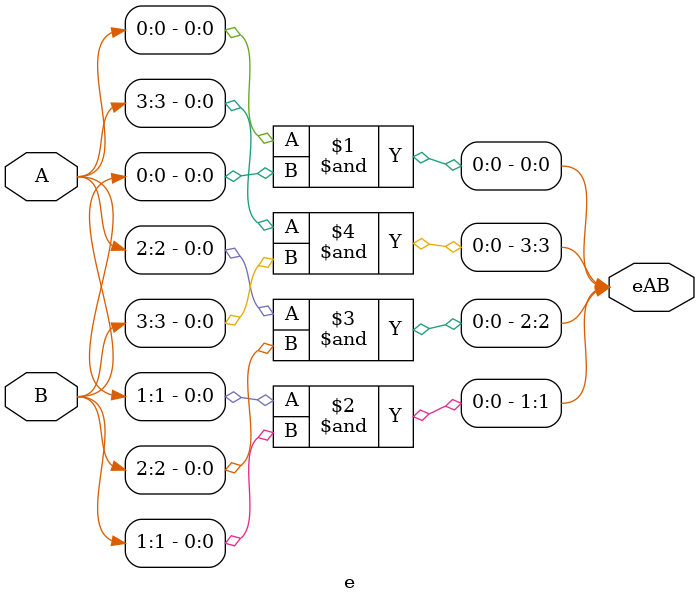
<source format=v>
module e(
			input [3:0] A,B,
			output[3:0] eAB
			);
			
and and0(eAB[0], A[0],B[0]);
and and1(eAB[1], A[1],B[1]);
and and2(eAB[2], A[2],B[2]);
and and3(eAB[3], A[3],B[3]);			
			  
endmodule 
</source>
